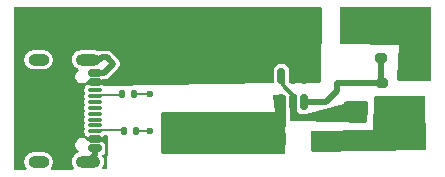
<source format=gbr>
%TF.GenerationSoftware,KiCad,Pcbnew,8.0.3*%
%TF.CreationDate,2024-08-23T16:47:22+02:00*%
%TF.ProjectId,BOOST_CONVERTER,424f4f53-545f-4434-9f4e-564552544552,1.0*%
%TF.SameCoordinates,Original*%
%TF.FileFunction,Copper,L1,Top*%
%TF.FilePolarity,Positive*%
%FSLAX46Y46*%
G04 Gerber Fmt 4.6, Leading zero omitted, Abs format (unit mm)*
G04 Created by KiCad (PCBNEW 8.0.3) date 2024-08-23 16:47:22*
%MOMM*%
%LPD*%
G01*
G04 APERTURE LIST*
G04 Aperture macros list*
%AMRoundRect*
0 Rectangle with rounded corners*
0 $1 Rounding radius*
0 $2 $3 $4 $5 $6 $7 $8 $9 X,Y pos of 4 corners*
0 Add a 4 corners polygon primitive as box body*
4,1,4,$2,$3,$4,$5,$6,$7,$8,$9,$2,$3,0*
0 Add four circle primitives for the rounded corners*
1,1,$1+$1,$2,$3*
1,1,$1+$1,$4,$5*
1,1,$1+$1,$6,$7*
1,1,$1+$1,$8,$9*
0 Add four rect primitives between the rounded corners*
20,1,$1+$1,$2,$3,$4,$5,0*
20,1,$1+$1,$4,$5,$6,$7,0*
20,1,$1+$1,$6,$7,$8,$9,0*
20,1,$1+$1,$8,$9,$2,$3,0*%
G04 Aperture macros list end*
%TA.AperFunction,ComponentPad*%
%ADD10R,1.700000X1.700000*%
%TD*%
%TA.AperFunction,SMDPad,CuDef*%
%ADD11RoundRect,0.135000X-0.135000X-0.185000X0.135000X-0.185000X0.135000X0.185000X-0.135000X0.185000X0*%
%TD*%
%TA.AperFunction,ComponentPad*%
%ADD12O,1.800000X1.000000*%
%TD*%
%TA.AperFunction,ComponentPad*%
%ADD13O,2.100000X1.000000*%
%TD*%
%TA.AperFunction,SMDPad,CuDef*%
%ADD14RoundRect,0.150000X-0.425000X0.150000X-0.425000X-0.150000X0.425000X-0.150000X0.425000X0.150000X0*%
%TD*%
%TA.AperFunction,SMDPad,CuDef*%
%ADD15RoundRect,0.075000X-0.500000X0.075000X-0.500000X-0.075000X0.500000X-0.075000X0.500000X0.075000X0*%
%TD*%
%TA.AperFunction,SMDPad,CuDef*%
%ADD16RoundRect,0.225000X0.225000X0.375000X-0.225000X0.375000X-0.225000X-0.375000X0.225000X-0.375000X0*%
%TD*%
%TA.AperFunction,SMDPad,CuDef*%
%ADD17RoundRect,0.200000X0.275000X-0.200000X0.275000X0.200000X-0.275000X0.200000X-0.275000X-0.200000X0*%
%TD*%
%TA.AperFunction,SMDPad,CuDef*%
%ADD18R,8.200000X2.600000*%
%TD*%
%TA.AperFunction,SMDPad,CuDef*%
%ADD19RoundRect,0.250000X0.650000X-0.325000X0.650000X0.325000X-0.650000X0.325000X-0.650000X-0.325000X0*%
%TD*%
%TA.AperFunction,SMDPad,CuDef*%
%ADD20RoundRect,0.150000X0.150000X-0.512500X0.150000X0.512500X-0.150000X0.512500X-0.150000X-0.512500X0*%
%TD*%
%TA.AperFunction,SMDPad,CuDef*%
%ADD21RoundRect,0.250000X-0.325000X-0.650000X0.325000X-0.650000X0.325000X0.650000X-0.325000X0.650000X0*%
%TD*%
%TA.AperFunction,ViaPad*%
%ADD22C,0.500000*%
%TD*%
%TA.AperFunction,ViaPad*%
%ADD23C,0.600000*%
%TD*%
%TA.AperFunction,Conductor*%
%ADD24C,0.200000*%
%TD*%
%TA.AperFunction,Conductor*%
%ADD25C,0.500000*%
%TD*%
%TA.AperFunction,Conductor*%
%ADD26C,0.300000*%
%TD*%
G04 APERTURE END LIST*
D10*
%TO.P,J2,1,Pin_1*%
%TO.N,GND*%
X124100000Y-82390000D03*
%TD*%
%TO.P,J1,1,Pin_1*%
%TO.N,/12V*%
X124100000Y-87450000D03*
%TD*%
D11*
%TO.P,R2,1*%
%TO.N,/CC1*%
X99490000Y-84800000D03*
%TO.P,R2,2*%
%TO.N,GND*%
X100510000Y-84800000D03*
%TD*%
D12*
%TO.P,P1,S1,SHIELD*%
%TO.N,GND*%
X92435000Y-90520000D03*
D13*
X96615000Y-90520000D03*
D12*
X92435000Y-81880000D03*
D13*
X96615000Y-81880000D03*
D14*
%TO.P,P1,B12,GND*%
X97190000Y-83000000D03*
%TO.P,P1,B9,VBUS*%
%TO.N,/VBUS*%
X97190000Y-83800000D03*
D15*
%TO.P,P1,B8*%
%TO.N,N/C*%
X97190000Y-84450000D03*
%TO.P,P1,B7*%
X97190000Y-85450000D03*
%TO.P,P1,B6*%
X97190000Y-86950000D03*
%TO.P,P1,B5,VCONN*%
%TO.N,/CC2*%
X97190000Y-87950000D03*
D14*
%TO.P,P1,B4,VBUS*%
%TO.N,/VBUS*%
X97190000Y-88600000D03*
%TO.P,P1,B1,GND*%
%TO.N,GND*%
X97190000Y-89400000D03*
%TO.P,P1,A12,GND*%
X97190000Y-89400000D03*
%TO.P,P1,A9,VBUS*%
%TO.N,/VBUS*%
X97190000Y-88600000D03*
D15*
%TO.P,P1,A8*%
%TO.N,N/C*%
X97190000Y-87450000D03*
%TO.P,P1,A7,D-*%
%TO.N,unconnected-(P1-D--PadA7)*%
X97190000Y-86450000D03*
%TO.P,P1,A6,D+*%
%TO.N,unconnected-(P1-D+-PadA6)*%
X97190000Y-85950000D03*
%TO.P,P1,A5,CC*%
%TO.N,/CC1*%
X97190000Y-84950000D03*
D14*
%TO.P,P1,A4,VBUS*%
%TO.N,/VBUS*%
X97190000Y-83800000D03*
%TO.P,P1,A1,GND*%
%TO.N,GND*%
X97190000Y-83000000D03*
%TD*%
D16*
%TO.P,D1,1,K*%
%TO.N,/12V*%
X116300000Y-88600000D03*
%TO.P,D1,2,A*%
%TO.N,/SW*%
X113000000Y-88600000D03*
%TD*%
D17*
%TO.P,R3,1*%
%TO.N,/12V*%
X121500000Y-85550000D03*
%TO.P,R3,2*%
%TO.N,/FB*%
X121500000Y-83900000D03*
%TD*%
D11*
%TO.P,R1,1*%
%TO.N,/CC2*%
X99680000Y-87900000D03*
%TO.P,R1,2*%
%TO.N,GND*%
X100700000Y-87900000D03*
%TD*%
D18*
%TO.P,L1,1,1*%
%TO.N,/VBUS*%
X107100000Y-82400000D03*
%TO.P,L1,2,2*%
%TO.N,/SW*%
X107100000Y-88000000D03*
%TD*%
D17*
%TO.P,R4,1*%
%TO.N,/FB*%
X121400000Y-81725000D03*
%TO.P,R4,2*%
%TO.N,GND*%
X121400000Y-80075000D03*
%TD*%
D19*
%TO.P,C2,1*%
%TO.N,/12V*%
X119160000Y-88935000D03*
%TO.P,C2,2*%
%TO.N,GND*%
X119160000Y-85985000D03*
%TD*%
D20*
%TO.P,U1,1,SW*%
%TO.N,/SW*%
X113000000Y-85500000D03*
%TO.P,U1,2,GND*%
%TO.N,GND*%
X113950000Y-85500000D03*
%TO.P,U1,3,FB*%
%TO.N,/FB*%
X114900000Y-85500000D03*
%TO.P,U1,4,EN*%
%TO.N,/VBUS*%
X114900000Y-83225000D03*
%TO.P,U1,5,VIN*%
X113950000Y-83225000D03*
%TO.P,U1,6,FREQ*%
%TO.N,GND*%
X113000000Y-83225000D03*
%TD*%
D21*
%TO.P,C1,1*%
%TO.N,/VBUS*%
X115625000Y-79500000D03*
%TO.P,C1,2*%
%TO.N,GND*%
X118575000Y-79500000D03*
%TD*%
D22*
%TO.N,GND*%
X121780000Y-78920000D03*
X120920000Y-78900000D03*
X120040000Y-78920000D03*
X121790000Y-77970000D03*
X120910000Y-77970000D03*
X114100000Y-86800000D03*
X120010000Y-77970000D03*
X117700000Y-86800000D03*
X116600000Y-86800000D03*
X115400000Y-86800000D03*
D23*
X101900000Y-84800000D03*
D22*
X119120000Y-77990000D03*
D23*
X101890000Y-87900000D03*
%TD*%
D24*
%TO.N,GND*%
X100510000Y-84800000D02*
X101900000Y-84800000D01*
D25*
X97770000Y-81660000D02*
X97550000Y-81880000D01*
X97190000Y-89400000D02*
X97190000Y-89945000D01*
D26*
X113150000Y-83162500D02*
X113150000Y-84063738D01*
D25*
X98760000Y-82220000D02*
X98200000Y-81660000D01*
D24*
X101900000Y-84800000D02*
X101800000Y-84800000D01*
D25*
X97190000Y-83000000D02*
X97980000Y-83000000D01*
X97980000Y-83000000D02*
X98760000Y-82220000D01*
D26*
X114100000Y-85013738D02*
X114100000Y-85437500D01*
D25*
X97190000Y-89945000D02*
X96615000Y-90520000D01*
X98200000Y-81660000D02*
X97770000Y-81660000D01*
D26*
X113150000Y-84063738D02*
X114100000Y-85013738D01*
D24*
X100700000Y-87900000D02*
X101890000Y-87900000D01*
D25*
X97550000Y-81880000D02*
X96615000Y-81880000D01*
D24*
%TO.N,/CC2*%
X99635000Y-87855000D02*
X99680000Y-87900000D01*
X97270000Y-87855000D02*
X99635000Y-87855000D01*
%TO.N,/CC1*%
X99435000Y-84855000D02*
X99490000Y-84800000D01*
X97270000Y-84855000D02*
X99435000Y-84855000D01*
D25*
%TO.N,/FB*%
X117700000Y-84500000D02*
X117700000Y-83900000D01*
X115050000Y-85437500D02*
X116762500Y-85437500D01*
X116762500Y-85437500D02*
X117700000Y-84500000D01*
X121400000Y-81725000D02*
X121400000Y-83800000D01*
X121400000Y-83800000D02*
X121500000Y-83900000D01*
X117700000Y-83900000D02*
X121500000Y-83900000D01*
%TD*%
%TA.AperFunction,Conductor*%
%TO.N,/12V*%
G36*
X125133645Y-84979943D02*
G01*
X125179642Y-85032537D01*
X125191080Y-85083480D01*
X125228919Y-89406579D01*
X125209822Y-89473788D01*
X125157421Y-89520003D01*
X125106586Y-89531653D01*
X115652854Y-89658353D01*
X115585556Y-89639568D01*
X115539098Y-89587382D01*
X115527224Y-89537166D01*
X115492832Y-88015349D01*
X115510997Y-87947885D01*
X115562753Y-87900948D01*
X115615370Y-87888558D01*
X120710000Y-87830000D01*
X120825021Y-85098238D01*
X120847508Y-85032088D01*
X120902190Y-84988595D01*
X120948341Y-84979457D01*
X125066517Y-84960566D01*
X125133645Y-84979943D01*
G37*
%TD.AperFunction*%
%TD*%
%TA.AperFunction,Conductor*%
%TO.N,/SW*%
G36*
X113291562Y-84860324D02*
G01*
X113337808Y-84912698D01*
X113349500Y-84965261D01*
X113349500Y-85428078D01*
X113349480Y-85430288D01*
X113272178Y-89767735D01*
X113251302Y-89834413D01*
X113197691Y-89879219D01*
X113147716Y-89889524D01*
X102992891Y-89850050D01*
X102967391Y-89847298D01*
X102951706Y-89843937D01*
X102936022Y-89840576D01*
X102874596Y-89807281D01*
X102840921Y-89746062D01*
X102838030Y-89721822D01*
X102772542Y-86456748D01*
X102790878Y-86389328D01*
X102842754Y-86342523D01*
X102896771Y-86330262D01*
X112430000Y-86350000D01*
X112302530Y-84984254D01*
X112315899Y-84915679D01*
X112364222Y-84865215D01*
X112424830Y-84848739D01*
X113224347Y-84841267D01*
X113291562Y-84860324D01*
G37*
%TD.AperFunction*%
%TD*%
%TA.AperFunction,Conductor*%
%TO.N,/VBUS*%
G36*
X116341184Y-77420185D02*
G01*
X116386939Y-77472989D01*
X116398144Y-77525054D01*
X116370543Y-83698431D01*
X116350559Y-83765382D01*
X116297551Y-83810901D01*
X116248444Y-83821862D01*
X113726400Y-83860514D01*
X113659067Y-83841859D01*
X113612508Y-83789763D01*
X113600500Y-83736529D01*
X113600500Y-82658230D01*
X113597646Y-82627800D01*
X113597646Y-82627798D01*
X113564006Y-82531663D01*
X113552793Y-82499618D01*
X113472150Y-82390350D01*
X113362882Y-82309707D01*
X113362880Y-82309706D01*
X113234700Y-82264853D01*
X113204270Y-82262000D01*
X113204266Y-82262000D01*
X112795734Y-82262000D01*
X112795730Y-82262000D01*
X112765300Y-82264853D01*
X112765298Y-82264853D01*
X112637119Y-82309706D01*
X112637117Y-82309707D01*
X112527850Y-82390350D01*
X112447207Y-82499617D01*
X112447206Y-82499619D01*
X112402353Y-82627798D01*
X112402353Y-82627800D01*
X112399500Y-82658230D01*
X112399500Y-83758736D01*
X112379815Y-83825775D01*
X112327011Y-83871530D01*
X112277400Y-83882721D01*
X98100008Y-84099999D01*
X98010178Y-84105283D01*
X97942098Y-84089569D01*
X97915216Y-84069178D01*
X97911210Y-84065172D01*
X97798628Y-84010135D01*
X97798626Y-84010134D01*
X97798625Y-84010134D01*
X97725636Y-83999500D01*
X96654364Y-83999500D01*
X96581375Y-84010134D01*
X96581373Y-84010134D01*
X96581371Y-84010135D01*
X96468789Y-84065172D01*
X96380172Y-84153789D01*
X96325135Y-84266371D01*
X96325134Y-84266373D01*
X96325134Y-84266375D01*
X96314500Y-84339364D01*
X96314500Y-84560636D01*
X96325134Y-84633625D01*
X96329833Y-84643238D01*
X96330960Y-84645542D01*
X96342717Y-84714416D01*
X96330960Y-84754456D01*
X96325134Y-84766375D01*
X96314500Y-84839364D01*
X96314500Y-85060636D01*
X96317439Y-85080806D01*
X96325134Y-85133625D01*
X96330960Y-85145542D01*
X96342717Y-85214416D01*
X96330960Y-85254456D01*
X96325134Y-85266375D01*
X96314500Y-85339364D01*
X96314500Y-85560636D01*
X96325134Y-85633625D01*
X96330960Y-85645542D01*
X96342717Y-85714416D01*
X96330960Y-85754456D01*
X96325134Y-85766375D01*
X96314500Y-85839364D01*
X96314500Y-86060636D01*
X96319827Y-86097199D01*
X96325134Y-86133625D01*
X96330960Y-86145542D01*
X96342717Y-86214416D01*
X96330960Y-86254456D01*
X96325134Y-86266375D01*
X96314500Y-86339364D01*
X96314500Y-86560636D01*
X96324607Y-86630009D01*
X96325134Y-86633625D01*
X96330960Y-86645542D01*
X96342717Y-86714416D01*
X96330960Y-86754456D01*
X96325134Y-86766375D01*
X96314500Y-86839364D01*
X96314500Y-87060636D01*
X96325134Y-87133625D01*
X96330960Y-87145542D01*
X96342717Y-87214416D01*
X96330960Y-87254456D01*
X96325134Y-87266375D01*
X96314500Y-87339364D01*
X96314500Y-87560636D01*
X96320757Y-87603581D01*
X96325134Y-87633625D01*
X96330960Y-87645542D01*
X96342717Y-87714416D01*
X96330960Y-87754456D01*
X96325134Y-87766375D01*
X96314500Y-87839364D01*
X96314500Y-88060636D01*
X96325134Y-88133625D01*
X96325134Y-88133626D01*
X96325135Y-88133628D01*
X96380172Y-88246210D01*
X96468789Y-88334827D01*
X96576572Y-88387518D01*
X96581375Y-88389866D01*
X96654364Y-88400500D01*
X96654370Y-88400500D01*
X97725630Y-88400500D01*
X97725636Y-88400500D01*
X97798625Y-88389866D01*
X97856118Y-88361759D01*
X97911210Y-88334827D01*
X97911210Y-88334826D01*
X97911211Y-88334826D01*
X97954217Y-88291820D01*
X98015540Y-88258334D01*
X98041899Y-88255500D01*
X98149961Y-88255500D01*
X98217000Y-88275185D01*
X98262755Y-88327989D01*
X98273186Y-88365668D01*
X98285306Y-88473642D01*
X98348834Y-89039619D01*
X98349412Y-89060425D01*
X98236568Y-91063403D01*
X98213143Y-91129229D01*
X98157849Y-91171941D01*
X98113217Y-91180427D01*
X97918434Y-91181139D01*
X97851323Y-91161700D01*
X97805376Y-91109063D01*
X97795179Y-91039942D01*
X97814879Y-90988249D01*
X97874394Y-90899179D01*
X97934737Y-90753497D01*
X97965500Y-90598842D01*
X97965500Y-90441158D01*
X97965500Y-90441155D01*
X97965499Y-90441153D01*
X97934738Y-90286510D01*
X97934737Y-90286503D01*
X97934735Y-90286498D01*
X97874397Y-90140827D01*
X97874395Y-90140823D01*
X97874394Y-90140821D01*
X97840633Y-90090294D01*
X97819755Y-90023617D01*
X97838239Y-89956237D01*
X97870097Y-89921636D01*
X97937150Y-89872150D01*
X98017793Y-89762882D01*
X98041766Y-89694372D01*
X98062646Y-89634701D01*
X98062646Y-89634699D01*
X98065500Y-89604269D01*
X98065500Y-89195730D01*
X98062646Y-89165300D01*
X98062646Y-89165298D01*
X98017793Y-89037119D01*
X98017792Y-89037117D01*
X97937150Y-88927850D01*
X97827882Y-88847207D01*
X97827880Y-88847206D01*
X97699700Y-88802353D01*
X97669270Y-88799500D01*
X97669266Y-88799500D01*
X96710734Y-88799500D01*
X96701289Y-88800385D01*
X96696081Y-88800874D01*
X96627497Y-88787533D01*
X96580739Y-88742871D01*
X96580463Y-88743084D01*
X96579095Y-88741301D01*
X96577120Y-88739415D01*
X96575515Y-88736635D01*
X96468365Y-88629485D01*
X96402750Y-88591602D01*
X96337136Y-88553719D01*
X96263950Y-88534109D01*
X96190766Y-88514500D01*
X96039234Y-88514500D01*
X95892863Y-88553719D01*
X95761635Y-88629485D01*
X95761632Y-88629487D01*
X95654487Y-88736632D01*
X95654485Y-88736635D01*
X95578719Y-88867863D01*
X95539500Y-89014234D01*
X95539500Y-89165765D01*
X95578719Y-89312136D01*
X95600625Y-89350078D01*
X95654485Y-89443365D01*
X95761635Y-89550515D01*
X95774508Y-89557947D01*
X95822723Y-89608511D01*
X95835948Y-89677117D01*
X95809982Y-89741983D01*
X95759962Y-89779895D01*
X95685824Y-89810604D01*
X95685814Y-89810609D01*
X95554711Y-89898210D01*
X95554707Y-89898213D01*
X95443213Y-90009707D01*
X95443210Y-90009711D01*
X95355609Y-90140814D01*
X95355602Y-90140827D01*
X95295264Y-90286498D01*
X95295261Y-90286510D01*
X95264500Y-90441153D01*
X95264500Y-90598846D01*
X95295261Y-90753489D01*
X95295264Y-90753501D01*
X95355602Y-90899172D01*
X95355609Y-90899185D01*
X95421475Y-90997760D01*
X95442353Y-91064438D01*
X95423868Y-91131818D01*
X95371889Y-91178508D01*
X95318827Y-91190650D01*
X93577824Y-91197019D01*
X93510713Y-91177580D01*
X93464765Y-91124944D01*
X93454568Y-91055822D01*
X93474266Y-91004132D01*
X93544394Y-90899179D01*
X93604737Y-90753497D01*
X93635500Y-90598842D01*
X93635500Y-90441158D01*
X93635500Y-90441155D01*
X93635499Y-90441153D01*
X93604738Y-90286510D01*
X93604737Y-90286503D01*
X93604735Y-90286498D01*
X93544397Y-90140827D01*
X93544390Y-90140814D01*
X93456789Y-90009711D01*
X93456786Y-90009707D01*
X93345292Y-89898213D01*
X93345288Y-89898210D01*
X93214185Y-89810609D01*
X93214172Y-89810602D01*
X93068501Y-89750264D01*
X93068489Y-89750261D01*
X92913845Y-89719500D01*
X92913842Y-89719500D01*
X91956158Y-89719500D01*
X91956155Y-89719500D01*
X91801510Y-89750261D01*
X91801498Y-89750264D01*
X91655827Y-89810602D01*
X91655814Y-89810609D01*
X91524711Y-89898210D01*
X91524707Y-89898213D01*
X91413213Y-90009707D01*
X91413210Y-90009711D01*
X91325609Y-90140814D01*
X91325602Y-90140827D01*
X91265264Y-90286498D01*
X91265261Y-90286510D01*
X91234500Y-90441153D01*
X91234500Y-90598846D01*
X91265261Y-90753489D01*
X91265264Y-90753501D01*
X91325602Y-90899172D01*
X91325609Y-90899185D01*
X91401302Y-91012467D01*
X91422180Y-91079145D01*
X91403695Y-91146525D01*
X91351717Y-91193215D01*
X91298654Y-91205357D01*
X90439954Y-91208499D01*
X90372843Y-91189060D01*
X90326895Y-91136424D01*
X90315500Y-91084500D01*
X90315500Y-81801153D01*
X91234500Y-81801153D01*
X91234500Y-81958846D01*
X91265261Y-82113489D01*
X91265264Y-82113501D01*
X91325602Y-82259172D01*
X91325609Y-82259185D01*
X91413210Y-82390288D01*
X91413213Y-82390292D01*
X91524707Y-82501786D01*
X91524711Y-82501789D01*
X91655814Y-82589390D01*
X91655827Y-82589397D01*
X91748544Y-82627801D01*
X91801503Y-82649737D01*
X91956153Y-82680499D01*
X91956156Y-82680500D01*
X91956158Y-82680500D01*
X92913844Y-82680500D01*
X92913845Y-82680499D01*
X93068497Y-82649737D01*
X93214179Y-82589394D01*
X93345289Y-82501789D01*
X93456789Y-82390289D01*
X93544394Y-82259179D01*
X93604737Y-82113497D01*
X93635500Y-81958842D01*
X93635500Y-81801158D01*
X93635500Y-81801155D01*
X93635499Y-81801153D01*
X95264500Y-81801153D01*
X95264500Y-81958846D01*
X95295261Y-82113489D01*
X95295264Y-82113501D01*
X95355602Y-82259172D01*
X95355609Y-82259185D01*
X95443210Y-82390288D01*
X95443213Y-82390292D01*
X95554707Y-82501786D01*
X95554711Y-82501789D01*
X95685814Y-82589390D01*
X95685827Y-82589397D01*
X95759961Y-82620104D01*
X95814365Y-82663945D01*
X95836430Y-82730239D01*
X95819151Y-82797938D01*
X95774511Y-82842050D01*
X95761635Y-82849485D01*
X95761632Y-82849487D01*
X95654487Y-82956632D01*
X95654485Y-82956635D01*
X95578719Y-83087863D01*
X95574612Y-83103191D01*
X95539500Y-83234234D01*
X95539500Y-83385766D01*
X95559109Y-83458950D01*
X95578719Y-83532136D01*
X95589322Y-83550500D01*
X95654485Y-83663365D01*
X95761635Y-83770515D01*
X95892865Y-83846281D01*
X96039234Y-83885500D01*
X96039236Y-83885500D01*
X96190764Y-83885500D01*
X96190766Y-83885500D01*
X96337135Y-83846281D01*
X96468365Y-83770515D01*
X96575515Y-83663365D01*
X96577117Y-83660589D01*
X96579082Y-83658715D01*
X96580465Y-83656914D01*
X96580745Y-83657129D01*
X96627678Y-83612373D01*
X96696086Y-83599126D01*
X96710734Y-83600500D01*
X96710735Y-83600500D01*
X97669270Y-83600500D01*
X97699699Y-83597646D01*
X97755310Y-83578187D01*
X97814549Y-83557459D01*
X97855504Y-83550500D01*
X98052472Y-83550500D01*
X98052474Y-83550500D01*
X98052475Y-83550500D01*
X98192485Y-83512984D01*
X98318015Y-83440510D01*
X99087805Y-82670717D01*
X99087810Y-82670714D01*
X99098013Y-82660510D01*
X99098015Y-82660510D01*
X99200510Y-82558015D01*
X99272984Y-82432485D01*
X99310500Y-82292474D01*
X99310500Y-82147526D01*
X99272984Y-82007515D01*
X99241206Y-81952474D01*
X99200510Y-81881985D01*
X99098015Y-81779490D01*
X99098013Y-81779488D01*
X98538015Y-81219490D01*
X98412485Y-81147016D01*
X98412486Y-81147016D01*
X98377482Y-81137637D01*
X98272475Y-81109500D01*
X97697525Y-81109500D01*
X97555494Y-81147557D01*
X97485644Y-81145894D01*
X97475949Y-81142343D01*
X97398502Y-81110264D01*
X97398494Y-81110261D01*
X97243845Y-81079500D01*
X97243842Y-81079500D01*
X95986158Y-81079500D01*
X95986155Y-81079500D01*
X95831510Y-81110261D01*
X95831498Y-81110264D01*
X95685827Y-81170602D01*
X95685814Y-81170609D01*
X95554711Y-81258210D01*
X95554707Y-81258213D01*
X95443213Y-81369707D01*
X95443210Y-81369711D01*
X95355609Y-81500814D01*
X95355602Y-81500827D01*
X95295264Y-81646498D01*
X95295261Y-81646510D01*
X95264500Y-81801153D01*
X93635499Y-81801153D01*
X93631190Y-81779490D01*
X93604737Y-81646503D01*
X93604735Y-81646498D01*
X93544397Y-81500827D01*
X93544390Y-81500814D01*
X93456789Y-81369711D01*
X93456786Y-81369707D01*
X93345292Y-81258213D01*
X93345288Y-81258210D01*
X93214185Y-81170609D01*
X93214172Y-81170602D01*
X93068501Y-81110264D01*
X93068489Y-81110261D01*
X92913845Y-81079500D01*
X92913842Y-81079500D01*
X91956158Y-81079500D01*
X91956155Y-81079500D01*
X91801510Y-81110261D01*
X91801498Y-81110264D01*
X91655827Y-81170602D01*
X91655814Y-81170609D01*
X91524711Y-81258210D01*
X91524707Y-81258213D01*
X91413213Y-81369707D01*
X91413210Y-81369711D01*
X91325609Y-81500814D01*
X91325602Y-81500827D01*
X91265264Y-81646498D01*
X91265261Y-81646510D01*
X91234500Y-81801153D01*
X90315500Y-81801153D01*
X90315500Y-77524500D01*
X90335185Y-77457461D01*
X90387989Y-77411706D01*
X90439500Y-77400500D01*
X116274145Y-77400500D01*
X116341184Y-77420185D01*
G37*
%TD.AperFunction*%
%TD*%
%TA.AperFunction,Conductor*%
%TO.N,GND*%
G36*
X113854676Y-84686226D02*
G01*
X114209056Y-84776765D01*
X114269137Y-84812432D01*
X114300397Y-84874918D01*
X114301821Y-84908480D01*
X114299500Y-84933237D01*
X114299500Y-86066769D01*
X114302353Y-86097199D01*
X114302353Y-86097201D01*
X114347206Y-86225380D01*
X114347209Y-86225386D01*
X114388860Y-86281821D01*
X114399999Y-86299999D01*
X114500000Y-86499999D01*
X114500000Y-86500000D01*
X114793561Y-86467382D01*
X114826179Y-86463758D01*
X114839872Y-86463000D01*
X115104270Y-86463000D01*
X115128612Y-86460716D01*
X115134699Y-86460146D01*
X115249851Y-86419852D01*
X115277094Y-86413656D01*
X115400000Y-86400000D01*
X119184485Y-85404083D01*
X119216042Y-85400000D01*
X120176000Y-85400000D01*
X120243039Y-85419685D01*
X120288794Y-85472489D01*
X120300000Y-85524000D01*
X120300000Y-85941944D01*
X120299635Y-85951454D01*
X120209041Y-87129174D01*
X120184272Y-87194507D01*
X120128115Y-87236077D01*
X120082159Y-87243621D01*
X114600018Y-87100000D01*
X114600000Y-87100000D01*
X113824000Y-87100000D01*
X113756961Y-87080315D01*
X113711206Y-87027511D01*
X113700000Y-86976000D01*
X113700000Y-84806371D01*
X113719685Y-84739332D01*
X113772489Y-84693577D01*
X113841647Y-84683633D01*
X113854676Y-84686226D01*
G37*
%TD.AperFunction*%
%TD*%
%TA.AperFunction,Conductor*%
%TO.N,GND*%
G36*
X125622539Y-77420185D02*
G01*
X125668294Y-77472989D01*
X125679500Y-77524500D01*
X125679500Y-83602046D01*
X125659815Y-83669085D01*
X125607011Y-83714840D01*
X125553420Y-83726029D01*
X122939274Y-83682168D01*
X122872574Y-83661361D01*
X122827711Y-83607797D01*
X122817567Y-83550930D01*
X122990000Y-80610000D01*
X118093259Y-80580736D01*
X118026338Y-80560651D01*
X117980900Y-80507574D01*
X117970000Y-80456738D01*
X117970000Y-77524500D01*
X117989685Y-77457461D01*
X118042489Y-77411706D01*
X118094000Y-77400500D01*
X125555500Y-77400500D01*
X125622539Y-77420185D01*
G37*
%TD.AperFunction*%
%TD*%
M02*

</source>
